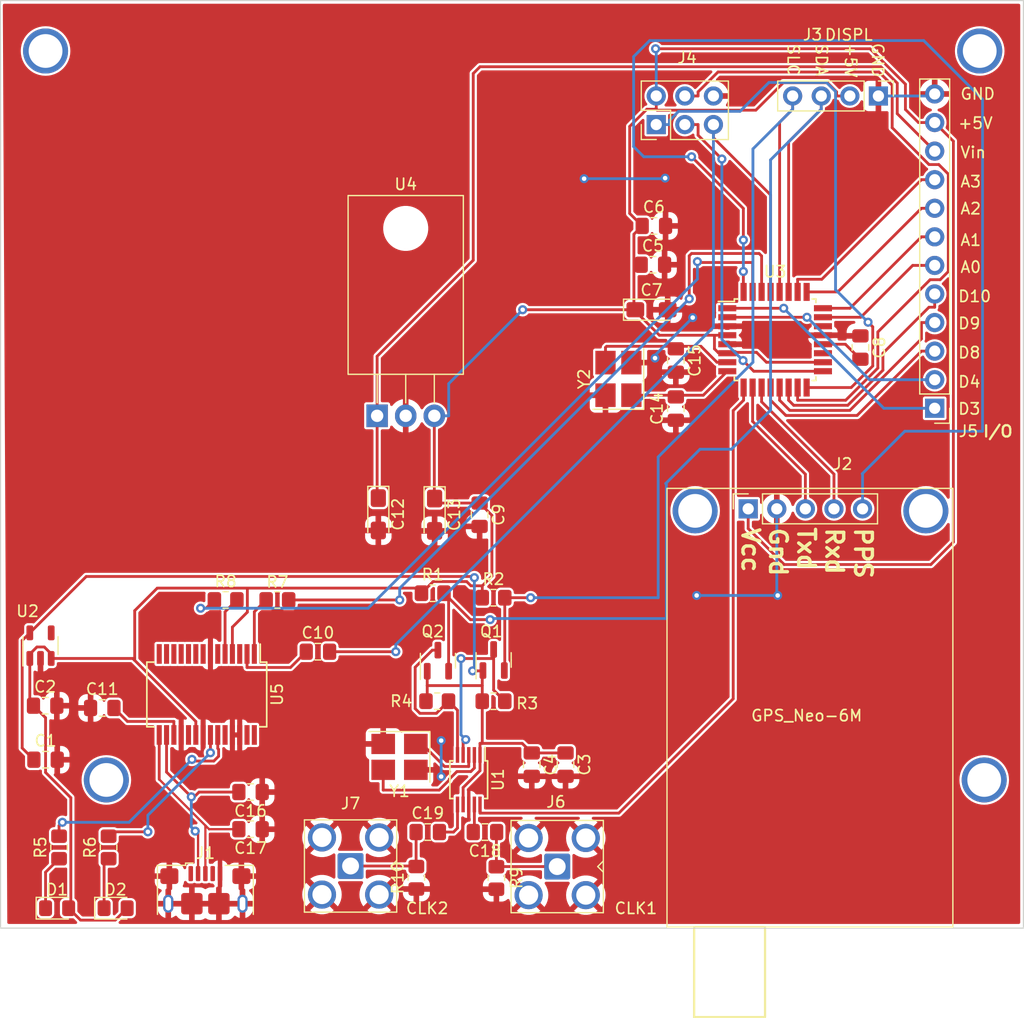
<source format=kicad_pcb>
(kicad_pcb (version 20240108) (generator "pcbnew") (generator_version "8.0")
  (layers (0 "F.Cu" signal) (31 "B.Cu" signal) (34 "B.Paste" user) (35 "F.Paste" user) (36 "B.SilkS" user "B.Silkscreen") (37 "F.SilkS" user "F.Silkscreen") (38 "B.Mask" user) (39 "F.Mask" user) (44 "Edge.Cuts" user))
  (net 0 "")
  (net 1 "+3V3")
  (net 2 "GND")
  (net 3 "+5V")
  (net 4 "Net-(U3-AREF)")
  (net 5 "Net-(U5-DTR)")
  (net 6 "Reset")
  (net 7 "Net-(U5-3V3OUT)")
  (net 8 "Vin")
  (net 9 "Net-(D1-K)")
  (net 10 "Net-(D2-K)")
  (net 12 "USB-")
  (net 13 "USB+")
  (net 15 "GPS_Tx")
  (net 16 "GPS_Rx")
  (net 17 "1PPS")
  (net 18 "SDA5")
  (net 19 "SCL5")
  (net 20 "MISO")
  (net 21 "SCK")
  (net 22 "MOSI")
  (net 23 "FAlarm")
  (net 24 "Fsel")
  (net 25 "D8")
  (net 26 "D9")
  (net 27 "D10")
  (net 28 "A0")
  (net 29 "A1")
  (net 30 "A2")
  (net 31 "A3")
  (net 32 "Net-(J6-In)")
  (net 33 "SCL3")
  (net 34 "SDA3")
  (net 35 "Net-(U5-CBUS0)")
  (net 36 "Net-(U5-CBUS1)")
  (net 37 "USB_RXD")
  (net 38 "Net-(U5-TXD)")
  (net 39 "USB_TXD")
  (net 40 "Net-(U5-RXD)")
  (net 41 "CLK1")
  (net 42 "Net-(U1-XA)")
  (net 43 "Net-(U1-XB)")
  (net 44 "Net-(J7-In)")
  (net 45 "CLK0")
  (net 47 "Net-(U3-XTAL1{slash}PB6)")
  (net 48 "Net-(U3-XTAL2{slash}PB7)")
  (net 62 "CLK2")
  (footprint "LED_SMD:LED_0805_2012Metric_Pad1.15x1.40mm_HandSolder" (layer "F.Cu") (at 129.625 135.8)
    (property "Reference" "D1")
    (property "Value" "LED")
  )
  (footprint "Resistor_SMD:R_0805_2012Metric_Pad1.20x1.40mm_HandSolder" (layer "F.Cu") (at 168.656 133.112 90)
    (property "Reference" "R9")
    (property "Value" "47")
  )
  (footprint "Capacitor_Tantalum_SMD:CP_EIA-3216-10_Kemet-I_Pad1.58x1.35mm_HandSolder" (layer "F.Cu") (at 163.1664 100.8228 -90)
    (property "Reference" "C13")
    (property "Value" "3.3uf/16v")
  )
  (footprint "Connector_USB:USB_Micro-B_Amphenol_10118193-0001LF_Horizontal" (layer "F.Cu") (at 142.8 135.4)
    (property "Reference" "J1")
    (property "Value" "USB_B_Micro")
  )
  (footprint "Capacitor_SMD:C_0805_2012Metric_Pad1.18x1.45mm_HandSolder" (layer "F.Cu") (at 201 85.9625 -90)
    (property "Reference" "C8")
    (property "Value" "100nf")
  )
  (footprint "Capacitor_SMD:C_0805_2012Metric_Pad1.18x1.45mm_HandSolder" (layer "F.Cu") (at 182.5625 78.6)
    (property "Reference" "C5")
    (property "Value" "1uf")
  )
  (footprint "Capacitor_SMD:C_0805_2012Metric_Pad1.18x1.45mm_HandSolder" (layer "F.Cu") (at 162.56 129.032)
    (property "Reference" "C19")
    (property "Value" "100nf")
  )
  (footprint "Package_QFP:TQFP-32_7x7mm_P0.8mm" (layer "F.Cu") (at 193.421 85.2678)
    (property "Reference" "U3")
    (property "Value" "ATmega328P-AU")
  )
  (footprint "Resistor_SMD:R_0805_2012Metric_Pad1.20x1.40mm_HandSolder" (layer "F.Cu") (at 134.2 130.4 90)
    (property "Reference" "R6")
    (property "Value" "1K")
  )
  (footprint "clipboard:cff1acbe-8575-4a5e-a277-d1017dfb92bb" (layer "F.Cu") (at 211.6 59.6)
    (property "Reference" "")
    (property "Value" "")
  )
  (footprint "Capacitor_SMD:C_0805_2012Metric_Pad1.18x1.45mm_HandSolder" (layer "F.Cu") (at 146.812 128.778 180)
    (property "Reference" "C17")
    (property "Value" "47pf")
  )
  (footprint "Connector_PinSocket_2.54mm:PinSocket_1x05_P2.54mm_Vertical" (layer "F.Cu") (at 191.03 100.3 90)
    (property "Reference" "J2")
    (property "Value" "Conn_01x05_Pin")
  )
  (footprint "Capacitor_SMD:C_0805_2012Metric_Pad1.18x1.45mm_HandSolder" (layer "F.Cu") (at 174.8 123.0375 -90)
    (property "Reference" "C3")
    (property "Value" "0,1uf")
  )
  (footprint "Package_TO_SOT_SMD:SOT-23-5" (layer "F.Cu") (at 128.15 112.4625 90)
    (property "Reference" "U2")
    (property "Value" "AP2127K-3.3")
  )
  (footprint "Capacitor_SMD:C_0805_2012Metric_Pad1.18x1.45mm_HandSolder" (layer "F.Cu") (at 184.6 91.3875 90)
    (property "Reference" "C14")
    (property "Value" "22pf")
  )
  (footprint "Capacitor_Tantalum_SMD:CP_EIA-3216-10_Kemet-I_Pad1.58x1.35mm_HandSolder" (layer "F.Cu") (at 182.4375 82.6)
    (property "Reference" "C7")
    (property "Value" "4.7uf/16v")
  )
  (footprint "clipboard:cff1acbe-8575-4a5e-a277-d1017dfb92bb" (layer "F.Cu") (at 212 124.4)
    (property "Reference" "")
    (property "Value" "")
  )
  (footprint "Capacitor_SMD:C_0805_2012Metric_Pad1.18x1.45mm_HandSolder" (layer "F.Cu") (at 128.6 122.6)
    (property "Reference" "C1")
    (property "Value" "10uf")
  )
  (footprint "Resistor_SMD:R_0805_2012Metric_Pad1.20x1.40mm_HandSolder" (layer "F.Cu") (at 144.6 108.4)
    (property "Reference" "R8")
    (property "Value" "1K")
  )
  (footprint "clipboard:cff1acbe-8575-4a5e-a277-d1017dfb92bb" (layer "F.Cu") (at 128.6 59.6)
    (property "Reference" "")
    (property "Value" "")
  )
  (footprint "Resistor_SMD:R_0805_2012Metric_Pad1.20x1.40mm_HandSolder" (layer "F.Cu") (at 168.4 108.2)
    (property "Reference" "R2")
    (property "Value" "10K")
  )
  (footprint "Resistor_SMD:R_0805_2012Metric_Pad1.20x1.40mm_HandSolder" (layer "F.Cu") (at 149.2 108.4 180)
    (property "Reference" "R7")
    (property "Value" "1K")
  )
  (footprint "Capacitor_SMD:C_0805_2012Metric_Pad1.18x1.45mm_HandSolder" (layer "F.Cu") (at 184.6 87.1125 -90)
    (property "Reference" "C15")
    (property "Value" "22pf")
  )
  (footprint "Capacitor_Tantalum_SMD:CP_EIA-3216-10_Kemet-I_Pad1.58x1.35mm_HandSolder" (layer "F.Cu") (at 158.1664 100.7853 -90)
    (property "Reference" "C12")
    (property "Value" "3.3uf/16v")
  )
  (footprint "Capacitor_SMD:C_0805_2012Metric_Pad1.18x1.45mm_HandSolder" (layer "F.Cu") (at 167.64 129.032 180)
    (property "Reference" "C18")
    (property "Value" "100nf")
  )
  (footprint "Resistor_SMD:R_0805_2012Metric_Pad1.20x1.40mm_HandSolder" (layer "F.Cu") (at 163 107.8)
    (property "Reference" "R1")
    (property "Value" "10K")
  )
  (footprint "Resistor_SMD:R_0805_2012Metric_Pad1.20x1.40mm_HandSolder" (layer "F.Cu") (at 161.544 133.096 90)
    (property "Reference" "R10")
    (property "Value" "47")
  )
  (footprint "Resistor_SMD:R_0805_2012Metric_Pad1.20x1.40mm_HandSolder" (layer "F.Cu") (at 168.4 117.4)
    (property "Reference" "R3")
    (property "Value" "10K")
  )
  (footprint "Capacitor_SMD:C_0805_2012Metric_Pad1.18x1.45mm_HandSolder" (layer "F.Cu") (at 167.1664 100.8228 -90)
    (property "Reference" "C9")
    (property "Value" "0.1uf")
  )
  (footprint "Connector_Coaxial:SMA_Amphenol_901-143_Horizontal" (layer "F.Cu") (at 155.7 132.05 180)
    (property "Reference" "J7")
    (property "Value" "Conn_Coaxial")
  )
  (footprint "Resistor_SMD:R_0805_2012Metric_Pad1.20x1.40mm_HandSolder" (layer "F.Cu") (at 163.4 117.4)
    (property "Reference" "R4")
    (property "Value" "10K")
  )
  (footprint "Capacitor_SMD:C_0805_2012Metric_Pad1.18x1.45mm_HandSolder" (layer "F.Cu") (at 152.8 113)
    (property "Reference" "C10")
    (property "Value" "100nf")
  )
  (footprint "Package_SO:MSOP-10_3x3mm_P0.5mm" (layer "F.Cu") (at 166.2006 124.3768 -90)
    (property "Reference" "U1")
    (property "Value" "Si5351A-B-GT")
  )
  (footprint "GPS_Neo-6M:GPS_Neo-6M" (layer "F.Cu") (at 183.875 137.48)
    (property "Reference" "REF**" (hide yes))
    (property "Value" "GPS_Neo-6M")
  )
  (footprint "Package_TO_SOT_SMD:SOT-23" (layer "F.Cu") (at 163.461 113.7979 90)
    (property "Reference" "Q2")
    (property "Value" "BSS138")
  )
  (footprint "Capacitor_SMD:C_0805_2012Metric_Pad1.18x1.45mm_HandSolder" (layer "F.Cu") (at 133.6375 118)
    (property "Reference" "C11")
    (property "Value" "100nf")
  )
  (footprint "Capacitor_SMD:C_0805_2012Metric_Pad1.18x1.45mm_HandSolder" (layer "F.Cu") (at 171.8 123.0375 -90)
    (property "Reference" "C4")
    (property "Value" "0,1uf")
  )
  (footprint "Package_TO_SOT_THT:TO-220-3_Horizontal_TabDown" (layer "F.Cu") (at 158.06 92.03)
    (property "Reference" "U4")
    (property "Value" "L7805")
  )
  (footprint "Capacitor_SMD:C_0805_2012Metric_Pad1.18x1.45mm_HandSolder" (layer "F.Cu") (at 182.65 75.15)
    (property "Reference" "C6")
    (property "Value" "1uf")
  )
  (footprint "Connector_Coaxial:SMA_Amphenol_901-143_Horizontal" (layer "F.Cu") (at 174.06 132.1 180)
    (property "Reference" "J6")
    (property "Value" "Conn_Coaxial")
  )
  (footprint "Package_SO:SSOP-28_5.3x10.2mm_P0.65mm" (layer "F.Cu") (at 142.925 116.8 -90)
    (property "Reference" "U5")
    (property "Value" "FT232RNL")
  )
  (footprint "Crystal:Crystal_SMD_3225-4Pin_3.2x2.5mm_HandSoldering" (layer "F.Cu") (at 160.05 122.35 180)
    (property "Reference" "Y1")
    (property "Value" "ABM8G-25.000MHZ-4Y-T3")
  )
  (footprint "Connector_PinHeader_2.54mm:PinHeader_2x03_P2.54mm_Vertical" (layer "F.Cu") (at 182.86 66.14 90)
    (property "Reference" "J4")
    (property "Value" "Conn_02x03_Odd_Even")
  )
  (footprint "Capacitor_SMD:C_0805_2012Metric_Pad1.18x1.45mm_HandSolder" (layer "F.Cu") (at 146.812 125.476 180)
    (property "Reference" "C16")
    (property "Value" "47pf")
  )
  (footprint "Package_TO_SOT_SMD:SOT-23" (layer "F.Cu") (at 168.411 113.7354 90)
    (property "Reference" "Q1")
    (property "Value" "BSS138")
  )
  (footprint "Connector_PinHeader_2.54mm:PinHeader_1x12_P2.54mm_Vertical" (layer "F.Cu") (at 207.6 91.36 180)
    (property "Reference" "J5")
    (property "Value" "Conn_01x12_Pin")
  )
  (footprint "Capacitor_SMD:C_0805_2012Metric_Pad1.18x1.45mm_HandSolder" (layer "F.Cu") (at 128.5625 117.8)
    (property "Reference" "C2")
    (property "Value" "10uf")
  )
  (footprint "Crystal:Crystal_SMD_3225-4Pin_3.2x2.5mm_HandSoldering" (layer "F.Cu") (at 179.5 88.75 90)
    (property "Reference" "Y2")
    (property "Value" "ABM8G-16.000MHZ-4Y-T3")
  )
  (footprint "LED_SMD:LED_0805_2012Metric_Pad1.15x1.40mm_HandSolder" (layer "F.Cu") (at 134.825 135.8)
    (property "Reference" "D2")
    (property "Value" "LED")
  )
  (footprint "clipboard:cff1acbe-8575-4a5e-a277-d1017dfb92bb" (layer "F.Cu") (at 134 124.4)
    (property "Reference" "")
    (property "Value" "")
  )
  (footprint "Connector_PinHeader_2.54mm:PinHeader_1x04_P2.54mm_Vertical" (layer "F.Cu") (at 202.6 63.6 -90)
    (property "Reference" "J3")
    (property "Value" "Conn_01x04_Pin")
  )
  (footprint "Resistor_SMD:R_0805_2012Metric_Pad1.20x1.40mm_HandSolder" (layer "F.Cu") (at 129.8 130.4 90)
    (property "Reference" "R5")
    (property "Value" "1K")
  )
  (gr_rect (start 124.6016 55.117) (end 215.4854 137.5704) (stroke (width 0.1)) (fill none) (layer "Edge.Cuts"))
  (gr_text "A0" (at 209.8 79.4 0) (layer "F.SilkS") (effects (font (size 1 1)) (justify left bottom)))
  (gr_text "D3" (at 209.6 92 0) (layer "F.SilkS") (effects (font (size 1 1)) (justify left bottom)))
  (gr_text "+5V" (at 209.6 66.6 0) (layer "F.SilkS") (effects (font (size 1 1)) (justify left bottom)))
  (gr_text "D10" (at 209.6 82 0) (layer "F.SilkS") (effects (font (size 1 1)) (justify left bottom)))
  (gr_text "I/O" (at 211.8 94 0) (layer "F.SilkS") (effects (font (size 1 1) (thickness 0.2) (bold yes)) (justify left bottom)))
  (gr_text "CLK2" (at 160.528 136.398 0) (layer "F.SilkS") (effects (font (size 1 1)) (justify left bottom)))
  (gr_text "A1" (at 209.8 77 0) (layer "F.SilkS") (effects (font (size 1 1)) (justify left bottom)))
  (gr_text "+5V" (at 199.55 58.8 270) (layer "F.SilkS") (effects (font (size 1 1)) (justify left bottom)))
  (gr_text "Vin" (at 209.8 69.2 0) (layer "F.SilkS") (effects (font (size 1 1)) (justify left bottom)))
  (gr_text "D9" (at 209.6 84.4 0) (layer "F.SilkS") (effects (font (size 1 1)) (justify left bottom)))
  (gr_text "CLK1" (at 179.07 136.398 0) (layer "F.SilkS") (effects (font (size 1 1)) (justify left bottom)))
  (gr_text "DISPL" (at 197.75 58.75 0) (layer "F.SilkS") (effects (font (size 1 1)) (justify left bottom)))
  (gr_text "SDA" (at 196.95 58.9 270) (layer "F.SilkS") (effects (font (size 1 1)) (justify left bottom)))
  (gr_text "GND" (at 209.8 64 0) (layer "F.SilkS") (effects (font (size 1 1)) (justify left bottom)))
  (gr_text "D4" (at 209.6 89.6 0) (layer "F.SilkS") (effects (font (size 1 1)) (justify left bottom)))
  (gr_text "A2" (at 209.8 74.2 0) (layer "F.SilkS") (effects (font (size 1 1)) (justify left bottom)))
  (gr_text "SLC" (at 194.45 58.9 270) (layer "F.SilkS") (effects (font (size 1 1)) (justify left bottom)))
  (gr_text "A3" (at 209.8 71.8 0) (layer "F.SilkS") (effects (font (size 1 1)) (justify left bottom)))
  (gr_text "D8" (at 209.6 87 0) (layer "F.SilkS") (effects (font (size 1 1)) (justify left bottom)))
  (gr_text "GND" (at 201.95 58.8 270) (layer "F.SilkS") (effects (font (size 1 1)) (justify left bottom)))
  (segment (start 165.7006 126.5768) (end 165.7006 125.075) (width 0.25) (layer "F.Cu") (net 1))
  (segment (start 126.5246 112.0004) (end 127.2 111.325) (width 0.25) (layer "F.Cu") (net 1))
  (segment (start 162.511 116.0129) (end 162.511 117.289) (width 0.25) (layer "F.Cu") (net 1))
  (segment (start 167.4 116.0129) (end 167.4 117.4) (width 0.25) (layer "F.Cu") (net 1))
  (segment (start 166.5423 114.7047) (end 167.4292 114.7047) (width 0.25) (layer "F.Cu") (net 1))
  (segment (start 167.4 117.4) (end 167.4 121.1499) (width 0.25) (layer "F.Cu") (net 1))
  (segment (start 167.4 114.7339) (end 167.4 116.0129) (width 0.25) (layer "F.Cu") (net 1))
  (segment (start 165.7006 125.075) (end 167.2006 123.575) (width 0.25) (layer "F.Cu") (net 1))
  (segment (start 167.2006 123.575) (end 167.2006 122.1768) (width 0.25) (layer "F.Cu") (net 1))
  (segment (start 167.4 121.1499) (end 170.9499 121.1499) (width 0.25) (layer "F.Cu") (net 1))
  (segment (start 127.5625 122.6) (end 126.5246 121.5621) (width 0.25) (layer "F.Cu") (net 1))
  (segment (start 162.511 116.0129) (end 162.511 114.7354) (width 0.25) (layer "F.Cu") (net 1))
  (segment (start 162.511 117.289) (end 162.4 117.4) (width 0.25) (layer "F.Cu") (net 1))
  (segment (start 170.9499 121.1499) (end 171.8 122) (width 0.25) (layer "F.Cu") (net 1))
  (segment (start 127.2 111.325) (end 132.2128 106.3122) (width 0.25) (layer "F.Cu") (net 1))
  (segment (start 167.2006 122.1768) (end 167.2006 121.1499) (width 0.25) (layer "F.Cu") (net 1))
  (segment (start 167.4292 114.7047) (end 167.461 114.6729) (width 0.25) (layer "F.Cu") (net 1))
  (segment (start 126.5246 121.5621) (end 126.5246 112.0004) (width 0.25) (layer "F.Cu") (net 1))
  (segment (start 162.511 116.0129) (end 167.4 116.0129) (width 0.25) (layer "F.Cu") (net 1))
  (segment (start 167.461 114.6729) (end 167.4 114.7339) (width 0.25) (layer "F.Cu") (net 1))
  (segment (start 132.2128 106.3122) (end 166.5944 106.3122) (width 0.25) (layer "F.Cu") (net 1))
  (segment (start 167.2006 121.1499) (end 167.4 121.1499) (width 0.25) (layer "F.Cu") (net 1))
  (segment (start 174.8 122) (end 171.8 122) (width 0.25) (layer "F.Cu") (net 1))
  (segment (start 166.5944 106.3122) (end 166.6982 106.416) (width 0.25) (layer "F.Cu") (net 1))
  (via (at 166.6982 106.416) (size 0.8) (drill 0.4) (layers "F.Cu" "B.Cu") (net 1))
  (via (at 166.5423 114.7047) (size 0.8) (drill 0.4) (layers "F.Cu" "B.Cu") (net 1))
  (segment (start 166.6982 114.5488) (end 166.5423 114.7047) (width 0.25) (layer "B.Cu") (net 1))
  (segment (start 166.6982 106.416) (end 166.6982 114.5488) (width 0.25) (layer "B.Cu") (net 1))
  (segment (start 177.2988 129.5838) (end 175.8519 129.5838) (width 0.25) (layer "F.Cu") (net 2))
  (segment (start 201 84.925) (end 200.9428 84.8678) (width 0.25) (layer "F.Cu") (net 2))
  (segment (start 184 79) (end 183.6 78.6) (width 0.25) (layer "F.Cu") (net 2))
  (segment (start 129.8 118) (end 129.6 117.8) (width 0.25) (layer "F.Cu") (net 2))
  (segment (start 160.6 99.8189) (end 160.6477 99.8665) (width 0.25) (layer "F.Cu") (net 2))
  (segment (start 189.7345 85.6678) (end 189.171 85.6678) (width 0.25) (layer "F.Cu") (net 2))
  (segment (start 129.6375 122.6) (end 129.8 122.4375) (width 0.25) (layer "F.Cu") (net 2))
  (segment (start 188.5285 63.6) (end 187.94 63.6) (width 0.25) (layer "F.Cu") (net 2))
  (segment (start 142.6 119.9124) (end 142.6 120.4) (width 0.25) (layer "F.Cu") (net 2))
  (via (at 183.65 70.9) (size 0.8) (drill 0.4) (layers "F.Cu" "B.Cu") (net 2))
  (via (at 176.45 70.95) (size 0.8) (drill 0.4) (layers "F.Cu" "B.Cu") (net 2))
  (via (at 193.65 108) (size 0.8) (drill 0.4) (layers "F.Cu" "B.Cu") (net 2))
  (via (at 186.1 83.3) (size 0.8) (drill 0.4) (layers "F.Cu" "B.Cu") (net 2))
  (via (at 186.45 108) (size 0.8) (drill 0.4) (layers "F.Cu" "B.Cu") (net 2))
  (via (at 163.75 120.9) (size 0.8) (drill 0.4) (layers "F.Cu" "B.Cu") (net 2))
  (via (at 182.75 86.9) (size 0.8) (drill 0.4) (layers "F.Cu" "B.Cu") (net 2))
  (via (at 163.75 124.1) (size 0.8) (drill 0.4) (layers "F.Cu" "B.Cu") (net 2))
  (segment (start 183.6 70.95) (end 176.45 70.95) (width 0.25) (layer "B.Cu") (net 2))
  (segment (start 182.75 86.9) (end 182.75 86.65) (width 0.25) (layer "B.Cu") (net 2))
  (segment (start 163.75 120.9) (end 163.75 124.1) (width 0.25) (layer "B.Cu") (net 2))
  (segment (start 207.42 63.6) (end 207.6 63.42) (width 0.25) (layer "B.Cu") (net 2))
  (segment (start 193.57 107.92) (end 193.57 100.3) (width 0.25) (layer "B.Cu") (net 2))
  (segment (start 193.65 108) (end 193.57 107.92) (width 0.25) (layer "B.Cu") (net 2))
  (segment (start 182.75 86.65) (end 186.1 83.3) (width 0.25) (layer "B.Cu") (net 2))
  (segment (start 202.6 63.6) (end 207.42 63.6) (width 0.25) (layer "B.Cu") (net 2))
  (segment (start 183.65 70.9) (end 183.6 70.95) (width 0.25) (layer "B.Cu") (net 2))
  (segment (start 186.45 108) (end 193.65 108) (width 0.25) (layer "B.Cu") (net 2))
  (segment (start 209.2591 103.25) (end 209.2591 67.6191) (width 0.25) (layer "F.Cu") (net 3))
  (segment (start 189.2091 86.3916) (end 189.171 86.4297) (width 0.25) (layer "F.Cu") (net 3))
  (segment (start 145.2 110.8126) (end 145.2 113.2) (width 0.25) (layer "F.Cu") (net 3))
  (segment (start 201.852992 59.4) (end 182.8 59.4) (width 0.25) (layer "F.Cu") (net 3))
  (segment (start 188.3826 86.4297) (end 188.0311 86.0782) (width 0.25) (layer "F.Cu") (net 3))
  (segment (start 205 64.8) (end 205 62.547008) (width 0.25) (layer "F.Cu") (net 3))
  (segment (start 198.0683 62.4194) (end 198.8831 63.2342) (width 0.25) (layer "F.Cu") (net 3))
  (segment (start 136.5198 113.7679) (end 136.5198 109.3522) (width 0.25) (layer "F.Cu") (net 3))
  (segment (start 183.1428 84.8678) (end 188.0311 84.8678) (width 0.25) (layer "F.Cu") (net 3))
  (segment (start 180.875 75.8875) (end 181.6125 75.15) (width 0.25) (layer "F.Cu") (net 3))
  (segment (start 129.1 113.6) (end 136.3519 113.6) (width 0.25) (layer "F.Cu") (net 3))
  (segment (start 180.875 78.6) (end 180.875 75.8875) (width 0.25) (layer "F.Cu") (net 3))
  (segment (start 182.0277 64.7769) (end 182.86 64.7769) (width 0.25) (layer "F.Cu") (net 3))
  (segment (start 130.8448 135.6052) (end 130.65 135.8) (width 0.25) (layer "F.Cu") (net 3))
  (segment (start 167.1664 99.7853) (end 168.2564 100.8753) (width 0.25) (layer "F.Cu") (net 3))
  (segment (start 167.4 107.1429) (end 167.4 108.2) (width 0.25) (layer "F.Cu") (net 3))
  (segment (start 182.86 64.6635) (end 182.86 64.7754) (width 0.25) (layer "F.Cu") (net 3))
  (segment (start 134.7889 136.8611) (end 131.7111 136.8611) (width 0.25) (layer "F.Cu") (net 3))
  (segment (start 131.7111 136.8611) (end 130.65 135.8) (width 0.25) (layer "F.Cu") (net 3))
  (segment (start 162 107.8) (end 163.0359 106.7641) (width 0.25) (layer "F.Cu") (net 3))
  (segment (start 138.5269 107.3451) (end 146.5296 107.3451) (width 0.25) (layer "F.Cu") (net 3))
  (segment (start 135.85 135.8) (end 134.7889 136.8611) (width 0.25) (layer "F.Cu") (net 3))
  (segment (start 182.9452 64.8606) (end 191.7083 64.8606) (width 0.25) (layer "F.Cu") (net 3))
  (segment (start 146.5296 109.483) (end 145.2 110.8126) (width 0.25) (layer "F.Cu") (net 3))
  (segment (start 182.86 64.7754) (end 182.9452 64.8606) (width 0.25) (layer "F.Cu") (net 3))
  (segment (start 129.1 113.1913) (end 128.4886 112.5799) (width 0.25) (layer "F.Cu") (net 3))
  (segment (start 180.5 66.3046) (end 182.0277 64.7769) (width 0.25) (layer "F.Cu") (net 3))
  (segment (start 182.86 64.7769) (end 182.86 64.7754) (width 0.25) (layer "F.Cu") (net 3))
  (segment (start 181.525 78.6) (end 180.875 78.6) (width 0.25) (layer "F.Cu") (net 3))
  (segment (start 209.2591 103.25) (end 207.2591 105.25) (width 0.25) (layer "F.Cu") (net 3))
  (segment (start 146.5296 107.3451) (end 146.5296 109.483) (width 0.25) (layer "F.Cu") (net 3))
  (segment (start 180.875 78.6) (end 180.875 82.6) (width 0.25) (layer "F.Cu") (net 3))
  (segment (start 168.2564 106.2865) (end 167.4 107.1429) (width 0.25) (layer "F.Cu") (net 3))
  (segment (start 136.5198 113.7679) (end 141.95 119.1981) (width 0.25) (layer "F.Cu") (net 3))
  (segment (start 194.224695 105.25) (end 191.03 102.055305) (width 0.25) (layer "F.Cu") (net 3))
  (segment (start 206.16 65.96) (end 205 64.8) (width 0.25) (layer "F.Cu") (net 3))
  (segment (start 188.0311 86.0782) (end 188.0311 84.8678) (width 0.25) (layer "F.Cu") (net 3))
  (segment (start 166.3972 107.1429) (end 167.4 107.1429) (width 0.25) (layer "F.Cu") (net 3))
  (segment (start 163.6914 99.7853) (end 167.1664 99.7853) (width 0.25) (layer "F.Cu") (net 3))
  (segment (start 180.875 82.6) (end 170.9928 82.6) (width 0.25) (layer "F.Cu") (net 3))
  (segment (start 180.875 82.6) (end 183.1428 84.8678) (width 0.25) (layer "F.Cu") (net 3))
  (segment (start 127.2 113.6) (end 127.2 117.475) (width 0.25) (layer "F.Cu") (net 3))
  (segment (start 198.8831 63.2342) (end 198.8831 63.6) (width 0.25) (layer "F.Cu") (net 3))
  (segment (start 182.86 63.6) (end 182.86 64.6635) (width 0.25) (layer "F.Cu") (net 3))
  (segment (start 163.1664 99.2603) (end 163.6914 99.7853) (width 0.25) (layer "F.Cu") (net 3))
  (segment (start 181.6125 75.15) (end 180.5 74.0375) (width 0.25) (layer "F.Cu") (net 3))
  (segment (start 130.8448 125.978) (end 130.8448 135.6052) (width 0.25) (layer "F.Cu") (net 3))
  (segment (start 127.8316 112.5799) (end 127.2 113.2115) (width 0.25) (layer "F.Cu") (net 3))
  (segment (start 127.525 117.8) (end 128.6 118.875) (width 0.25) (layer "F.Cu") (net 3))
  (segment (start 163.14 92.03) (end 163.14 99.2339) (width 0.25) (layer "F.Cu") (net 3))
  (segment (start 146.5296 107.3451) (end 161.5451 107.3451) (width 0.25) (layer "F.Cu") (net 3))
  (segment (start 141.95 120.4) (end 141.95 119.1981) (width 0.25) (layer "F.Cu") (net 3))
  (segment (start 200.06 63.6) (end 198.8831 63.6) (width 0.25) (layer "F.Cu") (net 3))
  (segment (start 197.671 87.2678) (end 192.6516 87.2678) (width 0.25) (layer "F.Cu") (net 3))
  (segment (start 191.7083 64.8606) (end 194.1495 62.4194) (width 0.25) (layer "F.Cu") (net 3))
  (segment (start 191.7754 86.3916) (end 189.2091 86.3916) (width 0.25) (layer "F.Cu") (net 3))
  (segment (start 209.2591 67.6191) (end 207.6 65.96) (width 0.25) (layer "F.Cu") (net 3))
  (segment (start 168.2564 100.8753) (end 168.2564 106.2865) (width 0.25) (layer "F.Cu") (net 3))
  (segment (start 163.0359 106.7641) (end 166.0184 106.7641) (width 0.25) (layer "F.Cu") (net 3))
  (segment (start 192.6516 87.2678) (end 191.7754 86.3916) (width 0.25) (layer "F.Cu") (net 3))
  (segment (start 207.6 65.96) (end 206.16 65.96) (width 0.25) (layer "F.Cu") (net 3))
  (segment (start 127.2 117.475) (end 127.525 117.8) (width 0.25) (layer "F.Cu") (net 3))
  (segment (start 191.03 102.055305) (end 191.03 100.3) (width 0.25) (layer "F.Cu") (net 3))
  (segment (start 180.5 74.0375) (end 180.5 66.3046) (width 0.25) (layer "F.Cu") (net 3))
  (segment (start 128.4886 112.5799) (end 127.8316 112.5799) (width 0.25) (layer "F.Cu") (net 3))
  (segment (start 189.171 86.4297) (end 189.171 86.4678) (width 0.25) (layer "F.Cu") (net 3))
  (segment (start 194.1495 62.4194) (end 198.0683 62.4194) (width 0.25) (layer "F.Cu") (net 3))
  (segment (start 128.6 118.875) (end 128.6 123.7332) (width 0.25) (layer "F.Cu") (net 3))
  (segment (start 128.6 123.7332) (end 130.8448 125.978) (width 0.25) (layer "F.Cu") (net 3))
  (segment (start 127.2 113.2115) (end 127.2 113.6) (width 0.25) (layer "F.Cu") (net 3))
  (segment (start 188.0311 84.8678) (end 189.171 84.8678) (width 0.25) (layer "F.Cu") (net 3))
  (segment (start 136.5198 109.3522) (end 138.5269 107.3451) (width 0.25) (layer "F.Cu") (net 3))
  (segment (start 136.3519 113.6) (end 136.5198 113.7679) (width 0.25) (layer "F.Cu") (net 3))
  (segment (start 166.0184 106.7641) (end 166.3972 107.1429) (width 0.25) (layer "F.Cu") (net 3))
  (segment (start 189.171 86.4297) (end 188.3826 86.4297) (width 0.25) (layer "F.Cu") (net 3))
  (segment (start 161.5451 107.3451) (end 162 107.8) (width 0.25) (layer "F.Cu") (net 3))
  (segment (start 205 62.547008) (end 201.852992 59.4) (width 0.25) (layer "F.Cu") (net 3))
  (segment (start 207.2591 105.25) (end 194.224695 105.25) (width 0.25) (layer "F.Cu") (net 3))
  (segment (start 163.14 99.2339) (end 163.1664 99.2603) (width 0.25) (layer "F.Cu") (net 3))
  (segment (start 129.1 113.6) (end 129.1 113.1913) (width 0.25) (layer "F.Cu") (net 3))
  (via (at 182.8 59.4) (size 0.8) (drill 0.4) (layers "F.Cu" "B.Cu") (net 3))
  (via (at 170.9928 82.6) (size 0.8) (drill 0.4) (layers "F.Cu" "B.Cu") (net 3))
  (segment (start 182.86 63.6) (end 182.86 59.46) (width 0.25) (layer "B.Cu") (net 3))
  (segment (start 163.14 92.03) (end 164.4194 92.03) (width 0.25) (layer "B.Cu") (net 3))
  (segment (start 164.4194 92.03) (end 164.4194 89.1734) (width 0.25) (layer "B.Cu") (net 3))
  (segment (start 164.4194 89.1734) (end 170.9928 82.6) (width 0.25) (layer "B.Cu") (net 3))
  (segment (start 182.86 59.46) (end 182.8 59.4) (width 0.25) (layer "B.Cu") (net 3))
  (segment (start 199.6678 85.6678) (end 201 87) (width 0.25) (layer "F.Cu") (net 4))
  (segment (start 197.671 85.6678) (end 199.6678 85.6678) (width 0.25) (layer "F.Cu") (net 4))
  (segment (start 150.3606 114.4019) (end 151.7625 113) (width 0.25) (layer "F.Cu") (net 5))
  (segment (start 146.5 114.4019) (end 150.3606 114.4019) (width 0.25) (layer "F.Cu") (net 5))
  (segment (start 146.5 113.2) (end 146.5 114.4019) (width 0.25) (layer "F.Cu") (net 5))
  (segment (start 193.021 81.0178) (end 193.021 72.3979) (width 0.25) (layer "F.Cu") (net 6))
  (segment (start 187.94 66.14) (end 187.94 67.3169) (width 0.25) (layer "F.Cu") (net 6))
  (segment (start 159.717 113) (end 153.8375 113) (width 0.25) (layer "F.Cu") (net 6))
  (segment (start 193.021 72.3979) (end 187.94 67.3169) (width 0.25) (layer "F.Cu") (net 6))
  (via (at 159.717 113) (size 0.8) (drill 0.4) (layers "F.Cu" "B.Cu") (net 6))
  (segment (start 187.94 67.3169) (end 187.94 84.1463) (width 0.25) (layer "B.Cu") (net 6))
  (segment (start 187.94 66.14) (end 187.94 67.3169) (width 0.25) (layer "B.Cu") (net 6))
  (segment (start 187.94 84.1463) (end 159.717 112.3693) (width 0.25) (layer "B.Cu") (net 6))
  (segment (start 159.717 112.3693) (end 159.717 113) (width 0.25) (layer "B.Cu") (net 6))
  (segment (start 140 119.1981) (end 135.8731 119.1981) (width 0.25) (layer "F.Cu") (net 7))
  (segment (start 135.8731 119.1981) (end 134.675 118) (width 0.25) (layer "F.Cu") (net 7))
  (segment (start 140 120.4) (end 140 119.1981) (width 0.25) (layer "F.Cu") (net 7))
  (segment (start 158.06 92.03) (end 158.06 99.1164) (width 0.25) (layer "F.Cu") (net 8))
  (segment (start 202.816596 61) (end 167.2 61) (width 0.25) (layer "F.Cu") (net 8))
  (segment (start 204.2729 62.456304) (end 202.816596 61) (width 0.25) (layer "F.Cu") (net 8))
  (segment (start 166.6 61.6) (end 166.6 78.198299) (width 0.25) (layer "F.Cu") (net 8))
  (segment (start 166.6 78.198299) (end 158.06 86.738299) (width 0.25) (layer "F.Cu") (net 8))
  (segment (start 204.2729 65.1729) (end 204.2729 62.456304) (width 0.25) (layer "F.Cu") (net 8))
  (segment (start 167.2 61) (end 166.6 61.6) (width 0.25) (layer "F.Cu") (net 8))
  (segment (start 207.6 68.5) (end 204.2729 65.1729) (width 0.25) (layer "F.Cu") (net 8))
  (segment (start 158.06 99.1164) (end 158.1664 99.2228) (width 0.25) (layer "F.Cu") (net 8))
  (segment (start 158.06 86.738299) (end 158.06 92.03) (width 0.25) (layer "F.Cu") (net 8))
  (segment (start 129.8 131.4) (end 128.6 132.6) (width 0.25) (layer "F.Cu") (net 9))
  (segment (start 128.6 132.6) (end 128.6 135.8) (width 0.25) (layer "F.Cu") (net 9))
  (segment (start 134.2 131.4) (end 133.8 131.8) (width 0.25) (layer "F.Cu") (net 10))
  (segment (start 133.8 131.8) (end 133.8 135.8) (width 0.25) (layer "F.Cu") (net 10))
  (segment (start 141.55 125.9) (end 141.816 125.9) (width 0.25) (layer "F.Cu") (net 12))
  (segment (start 141.816 125.9) (end 142.24 125.476) (width 0.25) (layer "F.Cu") (net 12))
  (segment (start 141.9 128.95) (end 142.15 129.2) (width 0.2) (layer "F.Cu") (net 12))
  (segment (start 139.35 123.7) (end 141.55 125.9) (width 0.25) (layer "F.Cu") (net 12))
  (segment (start 142.24 125.476) (end 145.7745 125.476) (width 0.25) (layer "F.Cu") (net 12))
  (segment (start 142.15 129.2) (end 142.15 132.725) (width 0.2) (layer "F.Cu") (net 12))
  (segment (start 139.35 120.4) (end 139.35 123.7) (width 0.25) (layer "F.Cu") (net 12))
  (via (at 141.9 128.95) (size 0.8) (drill 0.4) (layers "F.Cu" "B.Cu") (net 12))
  (via (at 141.55 125.9) (size 0.8) (drill 0.4) (layers "F.Cu" "B.Cu") (net 12))
  (segment (start 141.55 125.9) (end 141.55 128.6) (width 0.25) (layer "B.Cu") (net 12))
  (segment (start 141.55 128.6) (end 141.9 128.95) (width 0.25) (layer "B.Cu") (net 12))
  (segment (start 143.1285 128.778) (end 142.8 128.4495) (width 0.2) (layer "F.Cu") (net 13))
  (segment (start 145.7745 128.778) (end 143.1285 128.778) (width 0.2) (layer "F.Cu") (net 13))
  (segment (start 142.8 128.4495) (end 138.7 124.3495) (width 0.2) (layer "F.Cu") (net 13))
  (segment (start 142.8 132.725) (end 142.8 128.4495) (width 0.2) (layer "F.Cu") (net 13))
  (segment (start 138.7 120.4) (end 138.7 124.3495) (width 0.25) (layer "F.Cu") (net 13))
  (segment (start 196.11 97.2165) (end 196.11 100.3) (width 0.25) (layer "F.Cu") (net 15))
  (segment (start 191.421 92.5275) (end 196.11 97.2165) (width 0.25) (layer "F.Cu") (net 15))
  (segment (start 191.421 89.5178) (end 191.421 92.5275) (width 0.25) (layer "F.Cu") (net 15))
  (segment (start 192.221 89.5178) (end 192.221 90.7875) (width 0.25) (layer "F.Cu") (net 16))
  (segment (start 198.65 97.2165) (end 198.65 100.3) (width 0.25) (layer "F.Cu") (net 16))
  (segment (start 192.221 90.7875) (end 198.65 97.2165) (width 0.25) (layer "F.Cu") (net 16))
  (segment (start 190.6 73.6) (end 190.6 76.4) (width 0.25) (layer "F.Cu") (net 17))
  (segment (start 190.6 80.9968) (end 190.621 81.0178) (width 0.25) (layer "F.Cu") (net 17))
  (segment (start 186 69) (end 190.6 73.6) (width 0.25) (layer "F.Cu") (net 17))
  (segment (start 190.6 79.2) (end 190.6 80.9968) (width 0.25) (layer "F.Cu") (net 17))
  (via (at 186 69) (size 0.8) (drill 0.4) (layers "F.Cu" "B.Cu") (net 17))
  (via (at 190.6 79.2) (size 0.8) (drill 0.4) (layers "F.Cu" "B.Cu") (net 17))
  (via (at 190.6 76.4) (size 0.8) (drill 0.4) (layers "F.Cu" "B.Cu") (net 17))
  (segment (start 201.19 100.3) (end 201.19 97.2165) (width 0.25) (layer "B.Cu") (net 17))
  (segment (start 211.85 93.4) (end 211.85 63.9) (width 0.25) (layer "B.Cu") (net 17))
  (segment (start 201.19 97.2165) (end 201.16 97.1865) (width 0.25) (layer "B.Cu") (net 17))
  (segment (start 181.75 69) (end 186 69) (width 0.25) (layer "B.Cu") (net 17))
  (segment (start 201.16 97.1865) (end 204.9465 93.4) (width 0.25) (layer "B.Cu") (net 17))
  (segment (start 206.625 58.675) (end 182.275 58.675) (width 0.25) (layer "B.Cu") (net 17))
  (segment (start 182.275 58.675) (end 180.85 60.1) (width 0.25) (layer "B.Cu") (net 17))
  (segment (start 180.85 60.1) (end 180.85 68.1) (width 0.25) (layer "B.Cu") (net 17))
  (segment (start 190.6 76.4) (end 190.6 79.2) (width 0.25) (layer "B.Cu") (net 17))
  (segment (start 180.85 68.1) (end 181.75 69) (width 0.25) (layer "B.Cu") (net 17))
  (segment (start 211.85 63.9) (end 206.625 58.675) (width 0.25) (layer "B.Cu") (net 17))
  (segment (start 204.9465 93.4) (end 211.85 93.4) (width 0.25) (layer "B.Cu") (net 17))
  (segment (start 194.621 67.6759) (end 197.52 64.7769) (width 0.25) (layer "F.Cu") (net 18))
  (segment (start 197.52 63.6) (end 197.52 64.7769) (width 0.25) (layer "F.Cu") (net 18))
  (segment (start 168.1 110.15) (end 166.35 110.15) (width 0.25) (layer "F.Cu") (net 18))
  (segment (start 164 107.8) (end 164.411 108.211) (width 0.25) (layer "F.Cu") (net 18))
  (segment (start 164.411 108.211) (end 164.411 114.7354) (width 0.25) (layer "F.Cu") (net 18))
  (segment (start 194.621 81.0178) (end 194.621 67.6759) (width 0.25) (layer "F.Cu") (net 18))
  (segment (start 166.35 110.15) (end 164 107.8) (width 0.25) (layer "F.Cu") (net 18))
  (via (at 168.1 110.15) (size 0.8) (drill 0.4) (layers "F.Cu" "B.Cu") (net 18))
  (segment (start 193.0163 91.5235) (end 193.0163 69.2806) (width 0.25) (layer "B.Cu") (net 18))
  (segment (start 183.7 98.05) (end 186.7494 95.0006) (width 0.25) (layer "B.Cu") (net 18))
  (segment (start 197.52 64.7769) (end 197.52 63.6) (width 0.25) (layer "B.Cu") (net 18))
  (segment (start 183.7579 98.1079) (end 183.7579 110.0421) (width 0.25) (layer "B.Cu") (net 18))
  (segment (start 168.2 110.05) (end 168.1 110.15) (width 0.25) (layer "B.Cu") (net 18))
  (segment (start 183.75 110.05) (end 168.2 110.05) (width 0.25) (layer "B.Cu") (net 18))
  (segment (start 183.7 98.05) (end 183.7579 98.1079) (width 0.25) (layer "B.Cu") (net 18))
  (segment (start 186.7494 95.0006) (end 189.5392 95.0006) (width 0.25) (layer "B.Cu") (net 18))
  (segment (start 183.7579 110.0421) (end 183.75 110.05) (width 0.25) (layer "B.Cu") (net 18))
  (segment (start 189.5392 95.0006) (end 193.0163 91.5235) (width 0.25) (layer "B.Cu") (net 18))
  (segment (start 193.0163 69.2806) (end 197.52 64.7769) (width 0.25) (layer "B.Cu") (net 18))
  (segment (start 169.4 114.6339) (end 169.4 108.2) (width 0.25) (layer "F.Cu") (net 19))
  (segment (start 194.98 63.6) (end 194.98 64.7769) (width 0.25) (layer "F.Cu") (net 19))
  (segment (start 193.821 81.0178) (end 193.821 65.9359) (width 0.25) (layer "F.Cu") (net 19))
  (segment (start 193.821 65.9359) (end 194.98 64.7769) (width 0.25) (layer "F.Cu") (net 19))
  (segment (start 171.7 108.2) (end 169.4 108.2) (width 0.25) (layer "F.Cu") (net 19))
  (segment (start 169.361 114.6729) (end 169.4 114.6339) (width 0.25) (layer "F.Cu") (net 19))
  (via (at 171.7 108.2) (size 0.8) (drill 0.4) (layers "F.Cu" "B.Cu") (net 19))
  (segment (start 183.0329 95.6871) (end 191.4496 87.2704) (width 0.25) (layer "B.Cu") (net 19))
  (segment (start 194.98 64.7769) (end 194.98 63.6) (width 0.25) (layer "B.Cu") (net 19))
  (segment (start 191.4496 68.3073) (end 194.98 64.7769) (width 0.25) (layer "B.Cu") (net 19))
  (segment (start 191.4496 87.2704) (end 191.4496 68.3073) (width 0.25) (layer "B.Cu") (net 19))
  (segment (start 183.0329 108.2) (end 183.0329 95.6871) (width 0.25) (layer "B.Cu") (net 19))
  (segment (start 171.7 108.2) (end 183.0329 108.2) (width 0.25) (layer "B.Cu") (net 19))
  (segment (start 202.0953 84.1234) (end 201.6802 83.7083) (width 0.25) (layer "F.Cu") (net 20))
  (segment (start 200.1773 89.5178) (end 202.0953 87.5998) (width 0.25) (layer "F.Cu") (net 20))
  (segment (start 202.0953 87.5998) (end 202.0953 84.1234) (width 0.25) (layer "F.Cu") (net 20))
  (segment (start 196.221 89.5178) (end 200.1773 89.5178) (width 0.25) (layer "F.Cu") (net 20))
  (via (at 201.6802 83.7083) (size 0.8) (drill 0.4) (layers "F.Cu" "B.Cu") (net 20))
  (segment (start 184.8459 64.9631) (end 190.3053 64.9631) (width 0.25) (layer "B.Cu") (net 20))
  (segment (start 197.9841 62.3991) (end 198.79 63.205) (width 0.25) (layer "B.Cu") (net 20))
  (segment (start 192.8693 62.3991) (end 197.9841 62.3991) (width 0.25) (layer "B.Cu") (net 20))
  (segment (start 182.86 66.14) (end 184.0369 66.14) (width 0.25) (layer "B.Cu") (net 20))
  (segment (start 184.0369 66.14) (end 184.0369 65.7721) (width 0.25) (layer "B.Cu") (net 20))
  (segment (start 190.3053 64.9631) (end 192.8693 62.3991) (width 0.25) (layer "B.Cu") (net 20))
  (segment (start 198.79 63.205) (end 198.79 80.8181) (width 0.25) (layer "B.Cu") (net 20))
  (segment (start 198.79 80.8181) (end 201.6802 83.7083) (width 0.25) (layer "B.Cu") (net 20))
  (segment (start 184.0369 65.7721) (end 184.8459 64.9631) (width 0.25) (layer "B.Cu") (net 20))
  (segment (start 197.671 88.0678) (end 191.5228 88.0678) (width 0.25) (layer "F.Cu") (net 21))
  (segment (start 188.6891 69.2016) (end 186.5769 67.0894) (width 0.25) (layer "F.Cu") (net 21))
  (segment (start 191.5228 88.0678) (end 190.5735 87.1185) (width 0.25) (layer "F.Cu") (net 21))
  (segment (start 186.5769 67.0894) (end 186.5769 66.14) (width 0.25) (layer "F.Cu") (net 21))
  (segment (start 185.4 66.14) (end 186.5769 66.14) (width 0.25) (layer "F.Cu") (net 21))
  (via (at 190.5735 87.1185) (size 0.8) (drill 0.4) (layers "F.Cu" "B.Cu") (net 21))
  (via (at 188.6891 69.2016) (size 0.8) (drill 0.4) (layers "F.Cu" "B.Cu") (net 21))
  (segment (start 190.5735 87.1185) (end 188.6891 85.2341) (width 0.25) (layer "B.Cu") (net 21))
  (segment (start 188.6891 85.2341) (end 188.6891 69.2016) (width 0.25) (layer "B.Cu") (net 21))
  (segment (start 207.1942 79.93) (end 208.0836 79.93) (width 0.25) (layer "F.Cu") (net 22))
  (segment (start 202.6486 61.4684) (end 188.3407 61.4684) (width 0.25) (layer "F.Cu") (net 22))
  (segment (start 208.0836 79.93) (end 208.8091 79.2045) (width 0.25) (layer "F.Cu") (net 22))
  (segment (start 188.3407 61.4684) (end 186.5769 63.2322) (width 0.25) (layer "F.Cu") (net 22))
  (segment (start 208.8091 79.2045) (end 208.8091 70.5401) (width 0.25) (layer "F.Cu") (net 22))
  (segment (start 185.4 63.6) (end 186.5769 63.6) (width 0.25) (layer "F.Cu") (net 22))
  (segment (start 202.5472 87.787) (end 202.5472 84.577) (width 0.25) (layer "F.Cu") (net 22))
  (segment (start 199.6895 90.6447) (end 202.5472 87.787) (width 0.25) (layer "F.Cu") (net 22))
  (segment (start 207.9632 69.6942) (end 207.0968 69.6942) (width 0.25) (layer "F.Cu") (net 22))
  (segment (start 195.421 90.6447) (end 199.6895 90.6447) (width 0.25) (layer "F.Cu") (net 22))
  (segment (start 186.5769 63.2322) (end 186.5769 63.6) (width 0.25) (layer "F.Cu") (net 22))
  (segment (start 203.8229 66.4203) (end 203.8229 62.6427) (width 0.25) (layer "F.Cu") (net 22))
  (segment (start 208.8091 70.5401) (end 207.9632 69.6942) (width 0.25) (layer "F.Cu") (net 22))
  (segment (start 195.421 89.5178) (end 195.421 90.6447) (width 0.25) (layer "F.Cu") (net 22))
  (segment (start 203.8229 62.6427) (end 202.6486 61.4684) (width 0.25) (layer "F.Cu") (net 22))
  (segment (start 202.5472 84.577) (end 207.1942 79.93) (width 0.25) (layer "F.Cu") (net 22))
  (segment (start 207.0968 69.6942) (end 203.8229 66.4203) (width 0.25) (layer "F.Cu") (net 22))
  (segment (start 189.171 82.4678) (end 194.1844 82.4678) (width 0.25) (layer "F.Cu") (net 23))
  (via (at 194.1844 82.4678) (size 0.8) (drill 0.4) (layers "F.Cu" "B.Cu") (net 23))
  (segment (start 203.0766 91.36) (end 194.1844 82.4678) (width 0.25) (layer "B.Cu") (net 23))
  (segment (start 207.6 91.36) (end 203.0766 91.36) (width 0.25) (layer "B.Cu") (net 23))
  (segment (start 189.171 83.2678) (end 196.2512 83.2678) (width 0.25) (layer "F.Cu") (net 24))
  (via (at 196.2512 83.2678) (size 0.8) (drill 0.4) (layers "F.Cu" "B.Cu") (net 24))
  (segment (start 207.6 88.82) (end 206.4231 88.82) (width 0.25) (layer "B.Cu") (net 24))
  (segment (start 201.8034 88.82) (end 206.4231 88.82) (width 0.25) (layer "B.Cu") (net 24))
  (segment (start 196.2512 83.2678) (end 201.8034 88.82) (width 0.25) (layer "B.Cu") (net 24))
  (segment (start 200.7027 92.0004) (end 206.4231 86.28) (width 0.25) (layer "F.Cu") (net 25))
  (segment (start 207.6 86.28) (end 206.4231 86.28) (width 0.25) (layer "F.Cu") (net 25))
  (segment (start 193.021 89.5178) (end 193.021 90.6447) (width 0.25) (layer "F.Cu") (net 25))
  (segment (start 194.3767 92.0004) (end 200.7027 92.0004) (width 0.25) (layer "F.Cu") (net 25))
  (segment (start 193.021 90.6447) (end 194.3767 92.0004) (width 0.25) (layer "F.Cu") (net 25))
  (segment (start 193.821 89.5178) (end 193.821 90.6447) (width 0.25) (layer "F.Cu") (net 26))
  (segment (start 207.6 83.74) (end 206.4231 83.74) (width 0.25) (layer "F.Cu") (net 26))
  (segment (start 194.7248 91.5485) (end 200.0639 91.5485) (width 0.25) (layer "F.Cu") (net 26))
  (segment (start 200.0639 91.5485) (end 206.4231 85.1893) (width 0.25) (layer "F.Cu") (net 26))
  (segment (start 193.821 90.6447) (end 194.7248 91.5485) (width 0.25) (layer "F.Cu") (net 26))
  (segment (start 206.4231 85.1893) (end 206.4231 83.74) (width 0.25) (layer "F.Cu") (net 26))
  (segment (start 199.8767 91.0966) (end 202.9991 87.9742) (width 0.25) (layer "F.Cu") (net 27))
  (segment (start 202.9991 87.9742) (end 202.9991 86.4722) (width 0.25) (layer "F.Cu") (net 27))
  (segment (start 195.0729 91.0966) (end 199.8767 91.0966) (width 0.25) (layer "F.Cu") (net 27))
  (segment (start 194.621 90.6447) (end 195.0729 91.0966) (width 0.25) (layer "F.Cu") (net 27))
  (segment (start 207.0944 82.3769) (end 207.6 82.3769) (width 0.25) (layer "F.Cu") (net 27))
  (segment (start 207.6 81.2) (end 207.6 82.3769) (width 0.25) (layer "F.Cu") (net 27))
  (segment (start 194.621 89.5178) (end 194.621 90.6447) (width 0.25) (layer "F.Cu") (net 27))
  (segment (start 202.9991 86.4722) (end 207.0944 82.3769) (width 0.25) (layer "F.Cu") (net 27))
  (segment (start 206.4231 78.66) (end 205.6452 78.66) (width 0.25) (layer "F.Cu") (net 28))
  (segment (start 205.6452 78.66) (end 201.0374 83.2678) (width 0.25) (layer "F.Cu") (net 28))
  (segment (start 207.6 78.66) (end 206.4231 78.66) (width 0.25) (layer "F.Cu") (net 28))
  (segment (start 201.0374 83.2678) (end 197.671 83.2678) (width 0.25) (layer "F.Cu") (net 28))
  (segment (start 207.6 76.12) (end 206.4231 76.12) (width 0.25) (layer "F.Cu") (net 29))
  (segment (start 206.4231 76.12) (end 200.0753 82.4678) (width 0.25) (layer "F.Cu") (net 29))
  (segment (start 200.0753 82.4678) (end 197.671 82.4678) (width 0.25) (layer "F.Cu") (net 29))
  (segment (start 207.6 73.58) (end 206.4231 73.58) (width 0.25) (layer "F.Cu") (net 30))
  (segment (start 196.221 81.0178) (end 198.9853 81.0178) (width 0.25) (layer "F.Cu") (net 30))
  (segment (start 198.9853 81.0178) (end 206.4231 73.58) (width 0.25) (layer "F.Cu") (net 30))
  (segment (start 195.421 79.8909) (end 197.5722 79.8909) (width 0.25) (layer "F.Cu") (net 31))
  (segment (start 207.6 71.04) (end 206.4231 71.04) (width 0.25) (layer "F.Cu") (net 31))
  (segment (start 197.5722 79.8909) (end 206.4231 71.04) (width 0.25) (layer "F.Cu") (net 31))
  (segment (start 195.421 81.0178) (end 195.421 79.8909) (width 0.25) (layer "F.Cu") (net 31))
  (segment (start 174.06 132.1) (end 168.656 132.1) (width 0.25) (layer "F.Cu") (net 32))
  (segment (start 168.656 129.0535) (end 168.6775 129.032) (width 0.25) (layer "F.Cu") (net 32))
  (segment (start 168.656 132.112) (end 168.656 129.0535) (width 0.25) (layer "F.Cu") (net 32))
  (segment (start 168.411 112.7979) (end 168.411 113.6079) (width 0.25) (layer "F.Cu") (net 33))
  (segment (start 168.411 116.411) (end 169.4 117.4) (width 0.25) (layer "F.Cu") (net 33))
  (segment (start 168.411 113.6079) (end 165.5125 113.6079) (width 0.25) (layer "F.Cu") (net 33))
  (segment (start 168.411 113.6079) (end 168.411 116.411) (width 0.25) (layer "F.Cu") (net 33))
  (segment (start 165.7006 121.0411) (end 165.9314 120.8103) (width 0.25) (layer "F.Cu") (net 33))
  (segment (start 165.7006 122.1768) (end 165.7006 121.0411) (width 0.25) (layer "F.Cu") (net 33))
  (via (at 165.9314 120.8103) (size 0.8) (drill 0.4) (layers "F.Cu" "B.Cu") (net 33))
  (via (at 165.5125 113.6079) (size 0.8) (drill 0.4) (layers "F.Cu" "B.Cu") (net 33))
  (segment (start 165.9314 120.8103) (end 165.5125 120.3914) (width 0.25) (layer "B.Cu") (net 33))
  (segment (start 165.5125 120.3914) (end 165.5125 113.6079) (width 0.25) (layer "B.Cu") (net 33))
  (segment (start 161.4423 118.0609) (end 161.8605 118.4791) (width 0.25) (layer "F.Cu") (net 34))
  (segment (start 161.4423 114.3814) (end 161.4423 118.0609) (width 0.25) (layer "F.Cu") (net 34))
  (segment (start 161.8605 118.4791) (end 163.3209 118.4791) (width 0.25) (layer "F.Cu") (net 34))
  (segment (start 165.2006 118.2006) (end 164.4 117.4) (width 0.25) (layer "F.Cu") (net 34))
  (segment (start 163.461 112.8604) (end 162.9633 112.8604) (width 0.25) (layer "F.Cu") (net 34))
  (segment (start 163.3209 118.4791) (end 164.4 117.4) (width 0.25) (layer "F.Cu") (net 34))
  (segment (start 162.9633 112.8604) (end 161.4423 114.3814) (width 0.25) (layer "F.Cu") (net 34))
  (segment (start 165.2006 122.1768) (end 165.2006 118.2006) (width 0.25) (layer "F.Cu") (net 34))
  (segment (start 143.9754 122.2925) (end 143.5495 122.7184) (width 0.25) (layer "F.Cu") (net 35))
  (segment (start 143.9 120.4) (end 143.9 121.6019) (width 0.25) (layer "F.Cu") (net 35))
  (segment (start 143.9 121.6019) (end 143.9754 121.6773) (width 0.25) (layer "F.Cu") (net 35))
  (segment (start 143.5495 122.7184) (end 141.7505 122.7184) (width 0.25) (layer "F.Cu") (net 35))
  (segment (start 129.8 128.4623) (end 130.0965 128.1658) (width 0.25) (layer "F.Cu") (net 35))
  (segment (start 143.9754 121.6773) (end 143.9754 122.2925) (width 0.25) (layer "F.Cu") (net 35))
  (segment (start 141.7505 122.7184) (end 141.6068 122.5747) (width 0.25) (layer "F.Cu") (net 35))
  (segment (start 129.8 129.4) (end 129.8 128.4623) (width 0.25) (layer "F.Cu") (net 35))
  (via (at 130.0965 128.1658) (size 0.8) (drill 0.4) (layers "F.Cu" "B.Cu") (net 35))
  (via (at 141.6068 122.5747) (size 0.8) (drill 0.4) (layers "F.Cu" "B.Cu") (net 35))
  (segment (start 130.0965 128.1658) (end 136.0157 128.1658) (width 0.25) (layer "B.Cu") (net 35))
  (segment (start 136.0157 128.1658) (end 141.6068 122.5747) (width 0.25) (layer "B.Cu") (net 35))
  (segment (start 134.5898 129.0102) (end 134.2 129.4) (width 0.25) (layer "F.Cu") (net 36))
  (segment (start 143.25 120.4) (end 143.25 121.9802) (width 0.25) (layer "F.Cu") (net 36))
  (segment (start 137.6887 129.0102) (end 134.5898 129.0102) (width 0.25) (layer "F.Cu") (net 36))
  (segment (start 143.25 121.9802) (end 143.2484 121.9818) (width 0.25) (layer "F.Cu") (net 36))
  (via (at 143.2484 121.9818) (size 0.8) (drill 0.4) (layers "F.Cu" "B.Cu") (net 36))
  (via (at 137.6887 129.0102) (size 0.8) (drill 0.4) (layers "F.Cu" "B.Cu") (net 36))
  (segment (start 137.6887 129.0102) (end 137.6887 127.5415) (width 0.25) (layer "B.Cu") (net 36))
  (segment (start 137.6887 127.5415) (end 143.2484 121.9818) (width 0.25) (layer "B.Cu") (net 36))
  (segment (start 186 77.6) (end 185.7914 77.8086) (width 0.25) (layer "F.Cu") (net 37))
  (segment (start 192 77.6) (end 186 77.6) (width 0.25) (layer "F.Cu") (net 37))
  (segment (start 185.7914 77.8086) (end 185.7914 81.629) (width 0.25) (layer "F.Cu") (net 37))
  (segment (start 192.221 77.821) (end 192 77.6) (width 0.25) (layer "F.Cu") (net 37))
  (segment (start 192.221 81.0178) (end 192.221 77.821) (width 0.25) (layer "F.Cu") (net 37))
  (segment (start 160.0641 108.4) (end 150.2 108.4) (width 0.25) (layer "F.Cu") (net 37))
  (via (at 160.0641 108.4) (size 0.8) (drill 0.4) (layers "F.Cu" "B.Cu") (net 37))
  (via (at 185.7914 81.629) (size 0.8) (drill 0.4) (layers "F.Cu" "B.Cu") (net 37))
  (segment (start 160.0641 107.3563) (end 160.0641 108.4) (width 0.25) (layer "B.Cu") (net 37))
  (segment (start 185.7914 81.629) (end 160.0641 107.3563) (width 0.25) (layer "B.Cu") (net 37))
  (segment (start 147.15 109.45) (end 148.2 108.4) (width 0.25) (layer "F.Cu") (net 38))
  (segment (start 147.15 113.2) (end 147.15 109.45) (width 0.25) (layer "F.Cu") (net 38))
  (segment (start 186.5914 78.4) (end 191.421 78.4) (width 0.25) (layer "F.Cu") (net 39))
  (segment (start 142.8637 109.1363) (end 143.6 108.4) (width 0.25) (layer "F.Cu") (net 39))
  (segment (start 186.5159 78.3245) (end 186.5914 78.4) (width 0.25) (layer "F.Cu") (net 39))
  (segment (start 191.421 78.4) (end 191.421 81.0178) (width 0.25) (layer "F.Cu") (net 39))
  (segment (start 142.3757 109.1363) (end 142.8637 109.1363) (width 0.25) (layer "F.Cu") (net 39))
  (via (at 186.5159 78.3245) (size 0.8) (drill 0.4) (layers "F.Cu" "B.Cu") (net 39))
  (via (at 142.3757 109.1363) (size 0.8) (drill 0.4) (layers "F.Cu" "B.Cu") (net 39))
  (segment (start 186.5159 79.8766) (end 157.2563 109.1362) (width 0.25) (layer "B.Cu") (net 39))
  (segment (start 157.2563 109.1363) (end 142.3757 109.1363) (width 0.25) (layer "B.Cu") (net 39))
  (segment (start 186.5159 78.3245) (end 186.5159 79.8766) (width 0.25) (layer "B.Cu") (net 39))
  (segment (start 157.2563 109.1362) (end 157.2563 109.1363) (width 0.25) (layer "B.Cu") (net 39))
  (segment (start 144.55 109.45) (end 145.6 108.4) (width 0.25) (layer "F.Cu") (net 40))
  (segment (start 144.55 113.2) (end 144.55 109.45) (width 0.25) (layer "F.Cu") (net 40))
  (segment (start 166.7006 128.9339) (end 166.6025 129.032) (width 0.25) (layer "F.Cu") (net 41))
  (segment (start 166.7006 126.5768) (end 166.7006 128.9339) (width 0.25) (layer "F.Cu") (net 41))
  (segment (start 163.575305 125.3) (end 164.475 124.400305) (width 0.25) (layer "F.Cu") (net 42))
  (segment (start 164.475 124.325) (end 165.1463 123.6537) (width 0.25) (layer "F.Cu") (net 42))
  (segment (start 166.7006 123.340096) (end 166.7006 122.1768) (width 0.25) (layer "F.Cu") (net 42))
  (segment (start 164.475 124.400305) (end 164.475 124.325) (width 0.25) (layer "F.Cu") (net 42))
  (segment (start 158.6 123.5) (end 158.6 125.3) (width 0.25) (layer "F.Cu") (net 42))
  (segment (start 165.1463 123.6537) (end 166.386996 123.6537) (width 0.25) (layer "F.Cu") (net 42))
  (segment (start 166.386996 123.6537) (end 166.7006 123.340096) (width 0.25) (layer "F.Cu") (net 42))
  (segment (start 158.6 125.3) (end 163.575305 125.3) (width 0.25) (layer "F.Cu") (net 42))
  (segment (start 164.0537 123.2037) (end 166.2006 123.2037) (width 0.25) (layer "F.Cu") (net 43))
  (segment (start 162.05 121.2) (end 164.0537 123.2037) (width 0.25) (layer "F.Cu") (net 43))
  (segment (start 166.2006 123.2037) (end 166.2006 122.1768) (width 0.25) (layer "F.Cu") (net 43))
  (segment (start 161.5 121.2) (end 162.05 121.2) (width 0.25) (layer "F.Cu") (net 43))
  (segment (start 155.7 132.05) (end 161.29 132.05) (width 0.25) (layer "F.Cu") (net 44))
  (segment (start 161.5225 131.8175) (end 161.29 132.05) (width 0.25) (layer "F.Cu") (net 44))
  (segment (start 161.29 132.05) (end 161.544 132.05) (width 0.25) (layer "F.Cu") (net 44))
  (segment (start 161.5225 129.032) (end 161.5225 131.8175) (width 0.25) (layer "F.Cu") (net 44))
  (segment (start 189.6983 117.1843) (end 179.5326 127.35) (width 0.25) (layer "F.Cu") (net 45))
  (segment (start 189.6983 91.5674) (end 189.6983 117.1843) (width 0.25) (layer "F.Cu") (net 45))
  (segment (start 179.5326 127.35) (end 167.2006 127.35) (width 0.25) (layer "F.Cu") (net 45))
  (segment (start 167.2006 127.35) (end 167.2006 126.5768) (width 0.25) (layer "F.Cu") (net 45))
  (segment (start 190.621 90.6447) (end 189.6983 91.5674) (width 0.25) (layer "F.Cu") (net 45))
  (segment (start 190.621 89.5178) (end 190.621 90.6447) (width 0.25) (layer "F.Cu") (net 45))
  (segment (start 178.35 85.95) (end 178.35 87.325) (width 0.25) (layer "F.Cu") (net 47))
  (segment (start 178.45 85.85) (end 178.35 85.95) (width 0.25) (layer "F.Cu") (net 47))
  (segment (start 188.246 87.2678) (end 186.8282 85.85) (width 0.25) (layer "F.Cu") (net 47))
  (segment (start 189.171 87.2678) (end 188.246 87.2678) (width 0.25) (layer "F.Cu") (net 47))
  (segment (start 186.8282 85.85) (end 178.45 85.85) (width 0.25) (layer "F.Cu") (net 47))
  (segment (start 180.65 90.2) (end 187.0388 90.2) (width 0.25) (layer "F.Cu") (net 48))
  (segment (start 187.0388 90.2) (end 189.171 88.0678) (width 0.25) (layer "F.Cu") (net 48))
  (segment (start 165.2006 126.5768) (end 165.2006 128.6774) (width 0.25) (layer "F.Cu") (net 62))
  (segment (start 164.846 129.032) (end 163.5975 129.032) (width 0.25) (layer "F.Cu") (net 62))
  (segment (start 165.2006 128.6774) (end 164.846 129.032) (width 0.25) (layer "F.Cu") (net 62))
  (zone (net 2) (net_name "GND") (layer "F.Cu") (connect_pads (clearance 0.2)) (min_thickness 0.25) (fill yes (thermal_gap 0.5) (thermal_bridge_width 0.5))
    (polygon (pts (xy 124.8 55.4) (xy 215.2 55.4) (xy 215.2 137.2) (xy 125.2 137.2)))
  )
)
</source>
